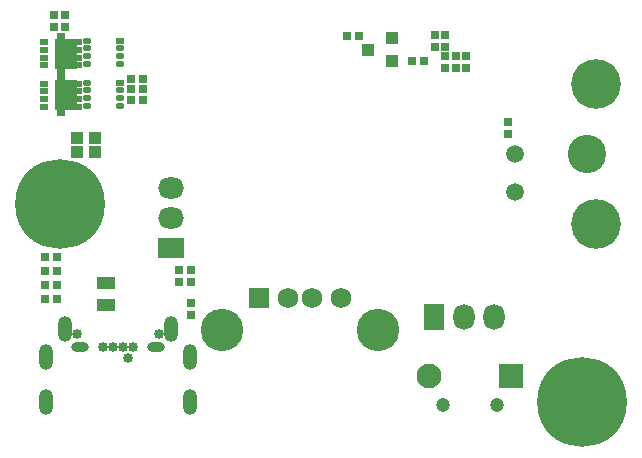
<source format=gbs>
G04*
G04 #@! TF.GenerationSoftware,Altium Limited,Altium Designer,20.0.7 (75)*
G04*
G04 Layer_Color=16711935*
%FSLAX44Y44*%
%MOMM*%
G71*
G01*
G75*
%ADD49R,1.0000X1.0000*%
%ADD50R,0.8000X0.7000*%
%ADD51R,0.7000X0.8000*%
%ADD52R,0.7000X0.7000*%
%ADD53R,0.7000X0.7000*%
%ADD54R,1.5000X1.1000*%
%ADD62O,0.7400X0.5400*%
%ADD63R,0.7400X0.5400*%
%ADD71C,0.8500*%
%ADD72O,1.2000X2.2000*%
%ADD73O,1.5000X0.8500*%
%ADD74R,1.7450X1.7450*%
%ADD75C,1.7450*%
%ADD76C,3.5960*%
%ADD77C,4.2000*%
%ADD78C,1.5080*%
%ADD79C,2.1000*%
%ADD80C,1.2000*%
%ADD81R,2.1000X2.1000*%
%ADD82O,2.2000X1.8000*%
%ADD83R,2.2000X1.8000*%
%ADD84O,1.8000X2.2000*%
%ADD85R,1.8000X2.2000*%
%ADD86C,7.6000*%
%ADD87C,3.2500*%
%ADD121R,0.8000X0.5600*%
%ADD122R,1.1000X1.0000*%
%ADD123R,1.0000X1.1000*%
%ADD124R,0.7100X3.6000*%
%ADD125R,1.9800X2.5100*%
D49*
X53500Y260000D02*
D03*
X38500D02*
D03*
X38500Y248000D02*
D03*
X53500D02*
D03*
D50*
X359000Y329000D02*
D03*
Y319000D02*
D03*
X350000Y329000D02*
D03*
Y319000D02*
D03*
X19000Y354000D02*
D03*
Y364000D02*
D03*
X28000Y364000D02*
D03*
Y354000D02*
D03*
X125000Y148000D02*
D03*
Y138000D02*
D03*
X341000Y337000D02*
D03*
Y347000D02*
D03*
X403000Y273000D02*
D03*
Y263000D02*
D03*
X135000Y110000D02*
D03*
Y120000D02*
D03*
D51*
X84000Y310000D02*
D03*
X94000D02*
D03*
X84000Y292000D02*
D03*
X94000D02*
D03*
X21000Y123000D02*
D03*
X11000D02*
D03*
Y135000D02*
D03*
X21000D02*
D03*
Y147000D02*
D03*
X11000D02*
D03*
Y159000D02*
D03*
X21000D02*
D03*
D52*
X94000Y301000D02*
D03*
X84000D02*
D03*
X332000Y325000D02*
D03*
X322000D02*
D03*
X277000Y346000D02*
D03*
X267000D02*
D03*
D53*
X368000Y319000D02*
D03*
Y329000D02*
D03*
X350000Y337000D02*
D03*
Y347000D02*
D03*
X135000Y148000D02*
D03*
Y138000D02*
D03*
D54*
X63000Y137000D02*
D03*
Y118000D02*
D03*
D62*
X75000Y335500D02*
D03*
Y329000D02*
D03*
Y322500D02*
D03*
X47000Y342000D02*
D03*
Y335500D02*
D03*
Y329000D02*
D03*
Y322500D02*
D03*
Y287000D02*
D03*
Y293500D02*
D03*
Y300000D02*
D03*
Y306500D02*
D03*
X75000Y287000D02*
D03*
Y293500D02*
D03*
Y300000D02*
D03*
D63*
Y342000D02*
D03*
Y306500D02*
D03*
D71*
X60000Y82600D02*
D03*
X69000D02*
D03*
X77000D02*
D03*
X86000D02*
D03*
X81500Y73600D02*
D03*
X38500Y94000D02*
D03*
X107500D02*
D03*
D72*
X12250Y36000D02*
D03*
X133750D02*
D03*
X12250Y74600D02*
D03*
X133750D02*
D03*
X28350Y98000D02*
D03*
X117650D02*
D03*
D73*
X41000Y82600D02*
D03*
X105000D02*
D03*
D74*
X192000Y124100D02*
D03*
D75*
X217000D02*
D03*
X237000D02*
D03*
X262000D02*
D03*
D76*
X161300Y97000D02*
D03*
X292700D02*
D03*
D77*
X478000Y305000D02*
D03*
Y187000D02*
D03*
D78*
X409000Y213800D02*
D03*
Y246200D02*
D03*
D79*
X336000Y58500D02*
D03*
D80*
X348500Y33500D02*
D03*
X393500D02*
D03*
D81*
X406000Y58500D02*
D03*
D82*
X118000Y217000D02*
D03*
Y191600D02*
D03*
D83*
Y166200D02*
D03*
D84*
X391400Y108000D02*
D03*
X366000D02*
D03*
D85*
X340600D02*
D03*
D86*
X24000Y204000D02*
D03*
X466000Y36000D02*
D03*
D87*
X470000Y246000D02*
D03*
D121*
X39400Y321250D02*
D03*
Y327750D02*
D03*
Y334250D02*
D03*
Y340750D02*
D03*
X10000Y321250D02*
D03*
Y327750D02*
D03*
Y334250D02*
D03*
Y340750D02*
D03*
Y305750D02*
D03*
Y299250D02*
D03*
Y292750D02*
D03*
Y286250D02*
D03*
X39400Y305750D02*
D03*
Y299250D02*
D03*
Y292750D02*
D03*
Y286250D02*
D03*
D122*
X305000Y344000D02*
D03*
Y325000D02*
D03*
D123*
X285000Y334500D02*
D03*
D124*
X24350Y331000D02*
D03*
Y296000D02*
D03*
D125*
X28900Y331000D02*
D03*
Y296000D02*
D03*
M02*

</source>
